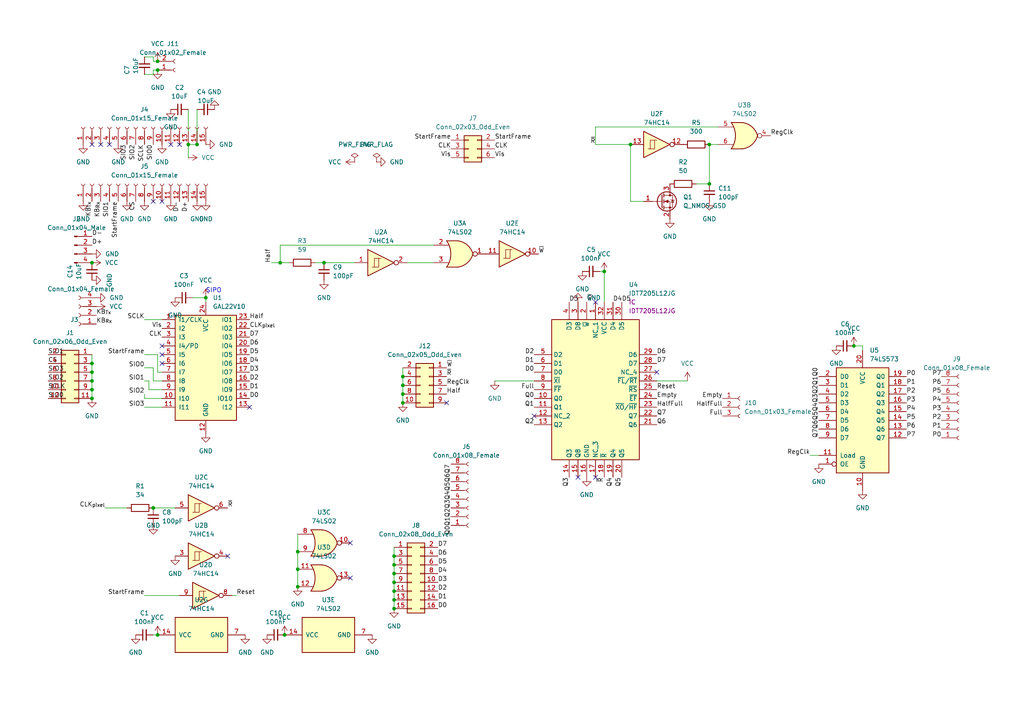
<source format=kicad_sch>
(kicad_sch (version 20211123) (generator eeschema)
  (paper "A4")
  (lib_symbols
    (symbol "74xx:74HC14" (pin_names (offset 1.016))
      (property "Reference" "U" (at 0 1.27 0))
      (property "Value" "74HC14" (at 0 -1.27 0))
      (symbol "74HC14_1_0"
        (pin input line (at -7.62 0 0) (length 3.81) (name "~") (number "1"))
        (pin output inverted (at 7.62 0 180) (length 3.81) (name "~") (number "2"))
      )
      (symbol "74HC14_2_0"
        (pin input line (at -7.62 0 0) (length 3.81) (name "~") (number "3"))
        (pin output inverted (at 7.62 0 180) (length 3.81) (name "~") (number "4"))
      )
      (symbol "74HC14_3_0"
        (pin input line (at -7.62 0 0) (length 3.81) (name "~") (number "5"))
        (pin output inverted (at 7.62 0 180) (length 3.81) (name "~") (number "6"))
      )
      (symbol "74HC14_4_0"
        (pin output inverted (at 7.62 0 180) (length 3.81) (name "~") (number "8"))
        (pin input line (at -7.62 0 0) (length 3.81) (name "~") (number "9"))
      )
      (symbol "74HC14_5_0"
        (pin output inverted (at 7.62 0 180) (length 3.81) (name "~") (number "10"))
        (pin input line (at -7.62 0 0) (length 3.81) (name "~") (number "11"))
      )
      (symbol "74HC14_6_0"
        (pin output inverted (at 7.62 0 180) (length 3.81) (name "~") (number "12"))
        (pin input line (at -7.62 0 0) (length 3.81) (name "~") (number "13"))
      )
      (symbol "74HC14_7_0"
        (pin power_in line (at 0 12.7 270) (length 5.08) (name "VCC") (number "14"))
        (pin power_in line (at 0 -12.7 90) (length 5.08) (name "GND") (number "7"))
      )
    )
    (symbol "74xx:74LS02" (pin_names (offset 1.016))
      (property "Reference" "U" (at 0 1.27 0))
      (property "Value" "74LS02" (at 0 -1.27 0))
      (symbol "74LS02_1_1"
        (pin output inverted (at 7.62 0 180) (length 3.81) (name "~") (number "1"))
        (pin input line (at -7.62 2.54 0) (length 4.318) (name "~") (number "2"))
        (pin input line (at -7.62 -2.54 0) (length 4.318) (name "~") (number "3"))
      )
      (symbol "74LS02_1_2"
        (pin output line (at 7.62 0 180) (length 3.81) (name "~") (number "1"))
        (pin input inverted (at -7.62 2.54 0) (length 3.81) (name "~") (number "2"))
        (pin input inverted (at -7.62 -2.54 0) (length 3.81) (name "~") (number "3"))
      )
      (symbol "74LS02_2_1"
        (pin output inverted (at 7.62 0 180) (length 3.81) (name "~") (number "4"))
        (pin input line (at -7.62 2.54 0) (length 4.318) (name "~") (number "5"))
        (pin input line (at -7.62 -2.54 0) (length 4.318) (name "~") (number "6"))
      )
      (symbol "74LS02_2_2"
        (pin output line (at 7.62 0 180) (length 3.81) (name "~") (number "4"))
        (pin input inverted (at -7.62 2.54 0) (length 3.81) (name "~") (number "5"))
        (pin input inverted (at -7.62 -2.54 0) (length 3.81) (name "~") (number "6"))
      )
      (symbol "74LS02_3_1"
        (pin output inverted (at 7.62 0 180) (length 3.81) (name "~") (number "10"))
        (pin input line (at -7.62 2.54 0) (length 4.318) (name "~") (number "8"))
        (pin input line (at -7.62 -2.54 0) (length 4.318) (name "~") (number "9"))
      )
      (symbol "74LS02_3_2"
        (pin output line (at 7.62 0 180) (length 3.81) (name "~") (number "10"))
        (pin input inverted (at -7.62 2.54 0) (length 3.81) (name "~") (number "8"))
        (pin input inverted (at -7.62 -2.54 0) (length 3.81) (name "~") (number "9"))
      )
      (symbol "74LS02_4_1"
        (pin input line (at -7.62 2.54 0) (length 4.318) (name "~") (number "11"))
        (pin input line (at -7.62 -2.54 0) (length 4.318) (name "~") (number "12"))
        (pin output inverted (at 7.62 0 180) (length 3.81) (name "~") (number "13"))
      )
      (symbol "74LS02_4_2"
        (pin input inverted (at -7.62 2.54 0) (length 3.81) (name "~") (number "11"))
        (pin input inverted (at -7.62 -2.54 0) (length 3.81) (name "~") (number "12"))
        (pin output line (at 7.62 0 180) (length 3.81) (name "~") (number "13"))
      )
      (symbol "74LS02_5_0"
        (pin power_in line (at 0 12.7 270) (length 5.08) (name "VCC") (number "14"))
        (pin power_in line (at 0 -12.7 90) (length 5.08) (name "GND") (number "7"))
      )
    )
    (symbol "74xx:74LS573" (pin_names (offset 1.016))
      (property "Reference" "U" (at -7.62 16.51 0))
      (property "Value" "74LS573" (at -7.62 -16.51 0))
      (symbol "74LS573_1_0"
        (pin input inverted (at -12.7 -12.7 0) (length 5.08) (name "OE") (number "1"))
        (pin power_in line (at 0 -20.32 90) (length 5.08) (name "GND") (number "10"))
        (pin input line (at -12.7 -10.16 0) (length 5.08) (name "Load") (number "11"))
        (pin tri_state line (at 12.7 -5.08 180) (length 5.08) (name "Q7") (number "12"))
        (pin tri_state line (at 12.7 -2.54 180) (length 5.08) (name "Q6") (number "13"))
        (pin tri_state line (at 12.7 0 180) (length 5.08) (name "Q5") (number "14"))
        (pin tri_state line (at 12.7 2.54 180) (length 5.08) (name "Q4") (number "15"))
        (pin tri_state line (at 12.7 5.08 180) (length 5.08) (name "Q3") (number "16"))
        (pin tri_state line (at 12.7 7.62 180) (length 5.08) (name "Q2") (number "17"))
        (pin tri_state line (at 12.7 10.16 180) (length 5.08) (name "Q1") (number "18"))
        (pin tri_state line (at 12.7 12.7 180) (length 5.08) (name "Q0") (number "19"))
        (pin input line (at -12.7 12.7 0) (length 5.08) (name "D0") (number "2"))
        (pin power_in line (at 0 20.32 270) (length 5.08) (name "VCC") (number "20"))
        (pin input line (at -12.7 10.16 0) (length 5.08) (name "D1") (number "3"))
        (pin input line (at -12.7 7.62 0) (length 5.08) (name "D2") (number "4"))
        (pin input line (at -12.7 5.08 0) (length 5.08) (name "D3") (number "5"))
        (pin input line (at -12.7 2.54 0) (length 5.08) (name "D4") (number "6"))
        (pin input line (at -12.7 0 0) (length 5.08) (name "D5") (number "7"))
        (pin input line (at -12.7 -2.54 0) (length 5.08) (name "D6") (number "8"))
        (pin input line (at -12.7 -5.08 0) (length 5.08) (name "D7") (number "9"))
      )
    )
    (symbol "Connector:Conn_01x02_Female" (pin_names (offset 1.016) hide)
      (property "Reference" "J" (at 0 2.54 0))
      (property "Value" "Conn_01x02_Female" (at 0 -5.08 0))
      (symbol "Conn_01x02_Female_1_1"
        (pin passive line (at -5.08 0 0) (length 3.81) (name "Pin_1") (number "1"))
        (pin passive line (at -5.08 -2.54 0) (length 3.81) (name "Pin_2") (number "2"))
      )
    )
    (symbol "Connector:Conn_01x03_Female" (pin_names (offset 1.016) hide)
      (property "Reference" "J" (at 0 5.08 0))
      (property "Value" "Conn_01x03_Female" (at 0 -5.08 0))
      (symbol "Conn_01x03_Female_1_1"
        (pin passive line (at -5.08 2.54 0) (length 3.81) (name "Pin_1") (number "1"))
        (pin passive line (at -5.08 0 0) (length 3.81) (name "Pin_2") (number "2"))
        (pin passive line (at -5.08 -2.54 0) (length 3.81) (name "Pin_3") (number "3"))
      )
    )
    (symbol "Connector:Conn_01x04_Female" (pin_names (offset 1.016) hide)
      (property "Reference" "J" (at 0 5.08 0))
      (property "Value" "Conn_01x04_Female" (at 0 -7.62 0))
      (symbol "Conn_01x04_Female_1_1"
        (pin passive line (at -5.08 2.54 0) (length 3.81) (name "Pin_1") (number "1"))
        (pin passive line (at -5.08 0 0) (length 3.81) (name "Pin_2") (number "2"))
        (pin passive line (at -5.08 -2.54 0) (length 3.81) (name "Pin_3") (number "3"))
        (pin passive line (at -5.08 -5.08 0) (length 3.81) (name "Pin_4") (number "4"))
      )
    )
    (symbol "Connector:Conn_01x04_Male" (pin_names (offset 1.016) hide)
      (property "Reference" "J" (at 0 5.08 0))
      (property "Value" "Conn_01x04_Male" (at 0 -7.62 0))
      (symbol "Conn_01x04_Male_1_1"
        (pin passive line (at 5.08 2.54 180) (length 3.81) (name "Pin_1") (number "1"))
        (pin passive line (at 5.08 0 180) (length 3.81) (name "Pin_2") (number "2"))
        (pin passive line (at 5.08 -2.54 180) (length 3.81) (name "Pin_3") (number "3"))
        (pin passive line (at 5.08 -5.08 180) (length 3.81) (name "Pin_4") (number "4"))
      )
    )
    (symbol "Connector:Conn_01x08_Female" (pin_names (offset 1.016) hide)
      (property "Reference" "J" (at 0 10.16 0))
      (property "Value" "Conn_01x08_Female" (at 0 -12.7 0))
      (symbol "Conn_01x08_Female_1_1"
        (pin passive line (at -5.08 7.62 0) (length 3.81) (name "Pin_1") (number "1"))
        (pin passive line (at -5.08 5.08 0) (length 3.81) (name "Pin_2") (number "2"))
        (pin passive line (at -5.08 2.54 0) (length 3.81) (name "Pin_3") (number "3"))
        (pin passive line (at -5.08 0 0) (length 3.81) (name "Pin_4") (number "4"))
        (pin passive line (at -5.08 -2.54 0) (length 3.81) (name "Pin_5") (number "5"))
        (pin passive line (at -5.08 -5.08 0) (length 3.81) (name "Pin_6") (number "6"))
        (pin passive line (at -5.08 -7.62 0) (length 3.81) (name "Pin_7") (number "7"))
        (pin passive line (at -5.08 -10.16 0) (length 3.81) (name "Pin_8") (number "8"))
      )
    )
    (symbol "Connector:Conn_01x15_Female" (pin_names (offset 1.016) hide)
      (property "Reference" "J" (at 0 20.32 0))
      (property "Value" "Conn_01x15_Female" (at 0 -20.32 0))
      (symbol "Conn_01x15_Female_1_1"
        (pin passive line (at -5.08 17.78 0) (length 3.81) (name "Pin_1") (number "1"))
        (pin passive line (at -5.08 -5.08 0) (length 3.81) (name "Pin_10") (number "10"))
        (pin passive line (at -5.08 -7.62 0) (length 3.81) (name "Pin_11") (number "11"))
        (pin passive line (at -5.08 -10.16 0) (length 3.81) (name "Pin_12") (number "12"))
        (pin passive line (at -5.08 -12.7 0) (length 3.81) (name "Pin_13") (number "13"))
        (pin passive line (at -5.08 -15.24 0) (length 3.81) (name "Pin_14") (number "14"))
        (pin passive line (at -5.08 -17.78 0) (length 3.81) (name "Pin_15") (number "15"))
        (pin passive line (at -5.08 15.24 0) (length 3.81) (name "Pin_2") (number "2"))
        (pin passive line (at -5.08 12.7 0) (length 3.81) (name "Pin_3") (number "3"))
        (pin passive line (at -5.08 10.16 0) (length 3.81) (name "Pin_4") (number "4"))
        (pin passive line (at -5.08 7.62 0) (length 3.81) (name "Pin_5") (number "5"))
        (pin passive line (at -5.08 5.08 0) (length 3.81) (name "Pin_6") (number "6"))
        (pin passive line (at -5.08 2.54 0) (length 3.81) (name "Pin_7") (number "7"))
        (pin passive line (at -5.08 0 0) (length 3.81) (name "Pin_8") (number "8"))
        (pin passive line (at -5.08 -2.54 0) (length 3.81) (name "Pin_9") (number "9"))
      )
    )
    (symbol "Connector_Generic:Conn_02x03_Odd_Even" (pin_names (offset 1.016) hide)
      (property "Reference" "J" (at 1.27 5.08 0))
      (property "Value" "Conn_02x03_Odd_Even" (at 1.27 -5.08 0))
      (symbol "Conn_02x03_Odd_Even_1_1"
        (pin passive line (at -5.08 2.54 0) (length 3.81) (name "Pin_1") (number "1"))
        (pin passive line (at 7.62 2.54 180) (length 3.81) (name "Pin_2") (number "2"))
        (pin passive line (at -5.08 0 0) (length 3.81) (name "Pin_3") (number "3"))
        (pin passive line (at 7.62 0 180) (length 3.81) (name "Pin_4") (number "4"))
        (pin passive line (at -5.08 -2.54 0) (length 3.81) (name "Pin_5") (number "5"))
        (pin passive line (at 7.62 -2.54 180) (length 3.81) (name "Pin_6") (number "6"))
      )
    )
    (symbol "Connector_Generic:Conn_02x05_Odd_Even" (pin_names (offset 1.016) hide)
      (property "Reference" "J" (at 1.27 7.62 0))
      (property "Value" "Conn_02x05_Odd_Even" (at 1.27 -7.62 0))
      (symbol "Conn_02x05_Odd_Even_1_1"
        (pin passive line (at -5.08 5.08 0) (length 3.81) (name "Pin_1") (number "1"))
        (pin passive line (at 7.62 -5.08 180) (length 3.81) (name "Pin_10") (number "10"))
        (pin passive line (at 7.62 5.08 180) (length 3.81) (name "Pin_2") (number "2"))
        (pin passive line (at -5.08 2.54 0) (length 3.81) (name "Pin_3") (number "3"))
        (pin passive line (at 7.62 2.54 180) (length 3.81) (name "Pin_4") (number "4"))
        (pin passive line (at -5.08 0 0) (length 3.81) (name "Pin_5") (number "5"))
        (pin passive line (at 7.62 0 180) (length 3.81) (name "Pin_6") (number "6"))
        (pin passive line (at -5.08 -2.54 0) (length 3.81) (name "Pin_7") (number "7"))
        (pin passive line (at 7.62 -2.54 180) (length 3.81) (name "Pin_8") (number "8"))
        (pin passive line (at -5.08 -5.08 0) (length 3.81) (name "Pin_9") (number "9"))
      )
    )
    (symbol "Connector_Generic:Conn_02x06_Odd_Even" (pin_names (offset 1.016) hide)
      (property "Reference" "J" (at 1.27 7.62 0))
      (property "Value" "Conn_02x06_Odd_Even" (at 1.27 -10.16 0))
      (symbol "Conn_02x06_Odd_Even_1_1"
        (pin passive line (at -5.08 5.08 0) (length 3.81) (name "Pin_1") (number "1"))
        (pin passive line (at 7.62 -5.08 180) (length 3.81) (name "Pin_10") (number "10"))
        (pin passive line (at -5.08 -7.62 0) (length 3.81) (name "Pin_11") (number "11"))
        (pin passive line (at 7.62 -7.62 180) (length 3.81) (name "Pin_12") (number "12"))
        (pin passive line (at 7.62 5.08 180) (length 3.81) (name "Pin_2") (number "2"))
        (pin passive line (at -5.08 2.54 0) (length 3.81) (name "Pin_3") (number "3"))
        (pin passive line (at 7.62 2.54 180) (length 3.81) (name "Pin_4") (number "4"))
        (pin passive line (at -5.08 0 0) (length 3.81) (name "Pin_5") (number "5"))
        (pin passive line (at 7.62 0 180) (length 3.81) (name "Pin_6") (number "6"))
        (pin passive line (at -5.08 -2.54 0) (length 3.81) (name "Pin_7") (number "7"))
        (pin passive line (at 7.62 -2.54 180) (length 3.81) (name "Pin_8") (number "8"))
        (pin passive line (at -5.08 -5.08 0) (length 3.81) (name "Pin_9") (number "9"))
      )
    )
    (symbol "Connector_Generic:Conn_02x08_Odd_Even" (pin_names (offset 1.016) hide)
      (property "Reference" "J" (at 1.27 10.16 0))
      (property "Value" "Conn_02x08_Odd_Even" (at 1.27 -12.7 0))
      (symbol "Conn_02x08_Odd_Even_1_1"
        (pin passive line (at -5.08 7.62 0) (length 3.81) (name "Pin_1") (number "1"))
        (pin passive line (at 7.62 -2.54 180) (length 3.81) (name "Pin_10") (number "10"))
        (pin passive line (at -5.08 -5.08 0) (length 3.81) (name "Pin_11") (number "11"))
        (pin passive line (at 7.62 -5.08 180) (length 3.81) (name "Pin_12") (number "12"))
        (pin passive line (at -5.08 -7.62 0) (length 3.81) (name "Pin_13") (number "13"))
        (pin passive line (at 7.62 -7.62 180) (length 3.81) (name "Pin_14") (number "14"))
        (pin passive line (at -5.08 -10.16 0) (length 3.81) (name "Pin_15") (number "15"))
        (pin passive line (at 7.62 -10.16 180) (length 3.81) (name "Pin_16") (number "16"))
        (pin passive line (at 7.62 7.62 180) (length 3.81) (name "Pin_2") (number "2"))
        (pin passive line (at -5.08 5.08 0) (length 3.81) (name "Pin_3") (number "3"))
        (pin passive line (at 7.62 5.08 180) (length 3.81) (name "Pin_4") (number "4"))
        (pin passive line (at -5.08 2.54 0) (length 3.81) (name "Pin_5") (number "5"))
        (pin passive line (at 7.62 2.54 180) (length 3.81) (name "Pin_6") (number "6"))
        (pin passive line (at -5.08 0 0) (length 3.81) (name "Pin_7") (number "7"))
        (pin passive line (at 7.62 0 180) (length 3.81) (name "Pin_8") (number "8"))
        (pin passive line (at -5.08 -2.54 0) (length 3.81) (name "Pin_9") (number "9"))
      )
    )
    (symbol "Device:C_Small" (pin_numbers hide) (pin_names (offset 0.254) hide)
      (property "Reference" "C" (at 0.254 1.778 0))
      (property "Value" "C_Small" (at 0.254 -2.032 0))
      (symbol "C_Small_1_1"
        (pin passive line (at 0 2.54 270) (length 2.032) (name "~") (number "1"))
        (pin passive line (at 0 -2.54 90) (length 2.032) (name "~") (number "2"))
      )
    )
    (symbol "Device:Q_NMOS_GSD" (pin_names (offset 0) hide)
      (property "Reference" "Q" (at 5.08 1.27 0))
      (property "Value" "Q_NMOS_GSD" (at 5.08 -1.27 0))
      (symbol "Q_NMOS_GSD_1_1"
        (pin input line (at -5.08 0 0) (length 2.54) (name "G") (number "1"))
        (pin passive line (at 2.54 -5.08 90) (length 2.54) (name "S") (number "2"))
        (pin passive line (at 2.54 5.08 270) (length 2.54) (name "D") (number "3"))
      )
    )
    (symbol "Device:R" (pin_numbers hide) (pin_names (offset 0))
      (property "Reference" "R" (at 2.032 0 90))
      (property "Value" "R" (at 0 0 90))
      (symbol "R_1_1"
        (pin passive line (at 0 3.81 270) (length 1.27) (name "~") (number "1"))
        (pin passive line (at 0 -3.81 90) (length 1.27) (name "~") (number "2"))
      )
    )
    (symbol "IDT7205L12JG:IDT7205L12JG"
      (property "Value" "IDT7205L12JG" (at 0 0 0))
      (property "Reference_1" "IC" (at 31.75 15.24 0))
      (property "Value_1" "IDT7205L12JG" (at 31.75 12.7 0))
      (symbol "IDT7205L12JG_1_1"
        (pin passive line (at 17.78 15.24 270) (length 5.08) (name "NC_1") (number "1"))
        (pin passive line (at 0 -12.7 0) (length 5.08) (name "Q0") (number "10"))
        (pin passive line (at 0 -15.24 0) (length 5.08) (name "Q1") (number "11"))
        (pin passive line (at 0 -17.78 0) (length 5.08) (name "NC_2") (number "12"))
        (pin passive line (at 0 -20.32 0) (length 5.08) (name "Q2") (number "13"))
        (pin passive line (at 10.16 -35.56 90) (length 5.08) (name "Q3") (number "14"))
        (pin passive line (at 12.7 -35.56 90) (length 5.08) (name "Q8") (number "15"))
        (pin passive line (at 15.24 -35.56 90) (length 5.08) (name "GND") (number "16"))
        (pin passive line (at 17.78 -35.56 90) (length 5.08) (name "NC_3") (number "17"))
        (pin passive line (at 20.32 -35.56 90) (length 5.08) (name "~{R}") (number "18"))
        (pin passive line (at 22.86 -35.56 90) (length 5.08) (name "Q4") (number "19"))
        (pin passive line (at 15.24 15.24 270) (length 5.08) (name "~{W}") (number "2"))
        (pin passive line (at 25.4 -35.56 90) (length 5.08) (name "Q5") (number "20"))
        (pin passive line (at 35.56 -20.32 180) (length 5.08) (name "Q6") (number "21"))
        (pin passive line (at 35.56 -17.78 180) (length 5.08) (name "Q7") (number "22"))
        (pin passive line (at 35.56 -15.24 180) (length 5.08) (name "~{XO}/~{HF}") (number "23"))
        (pin passive line (at 35.56 -12.7 180) (length 5.08) (name "~{EF}") (number "24"))
        (pin passive line (at 35.56 -10.16 180) (length 5.08) (name "~{RS}") (number "25"))
        (pin passive line (at 35.56 -7.62 180) (length 5.08) (name "~{FL}/~{RT}") (number "26"))
        (pin passive line (at 35.56 -5.08 180) (length 5.08) (name "NC_4") (number "27"))
        (pin passive line (at 35.56 -2.54 180) (length 5.08) (name "D7") (number "28"))
        (pin passive line (at 35.56 0 180) (length 5.08) (name "D6") (number "29"))
        (pin passive line (at 12.7 15.24 270) (length 5.08) (name "D8") (number "3"))
        (pin passive line (at 25.4 15.24 270) (length 5.08) (name "D5") (number "30"))
        (pin passive line (at 22.86 15.24 270) (length 5.08) (name "D4") (number "31"))
        (pin passive line (at 20.32 15.24 270) (length 5.08) (name "VCC") (number "32"))
        (pin passive line (at 10.16 15.24 270) (length 5.08) (name "D3") (number "4"))
        (pin passive line (at 0 0 0) (length 5.08) (name "D2") (number "5"))
        (pin passive line (at 0 -2.54 0) (length 5.08) (name "D1") (number "6"))
        (pin passive line (at 0 -5.08 0) (length 5.08) (name "D0") (number "7"))
        (pin passive line (at 0 -7.62 0) (length 5.08) (name "~{XI}") (number "8"))
        (pin passive line (at 0 -10.16 0) (length 5.08) (name "~{FF}") (number "9"))
      )
    )
    (symbol "power:GND" (power) (pin_names (offset 0))
      (property "Value" "GND" (at 0 -3.81 0))
      (symbol "GND_1_1"
        (pin power_in line (at 0 0 270) (length 0) hide (name "GND") (number "1"))
      )
    )
    (symbol "power:PWR_FLAG" (power) (pin_numbers hide) (pin_names (offset 0) hide)
      (property "Value" "PWR_FLAG" (at 0 3.81 0))
      (symbol "PWR_FLAG_0_0"
        (pin power_out line (at 0 0 90) (length 0) (name "pwr") (number "1"))
      )
    )
    (symbol "power:VCC" (power) (pin_names (offset 0))
      (property "Value" "VCC" (at 0 3.81 0))
      (symbol "VCC_1_1"
        (pin power_in line (at 0 0 90) (length 0) hide (name "VCC") (number "1"))
      )
    )
    (symbol "vga:GAL22V10" (pin_names (offset 1.016))
      (property "Reference" "U" (at -8.89 16.51 0))
      (property "Value" "GAL22V10" (at 1.27 16.51 0))
      (symbol "GAL22V10_0_0"
        (pin power_in line (at 0 -20.32 90) (length 3.81) (name "GND") (number "12"))
        (pin power_in line (at 0 17.78 270) (length 3.81) (name "VCC") (number "24"))
      )
      (symbol "GAL22V10_1_1"
        (pin input line (at -12.7 12.7 0) (length 3.81) (name "I1/CLK") (number "1"))
        (pin input line (at -12.7 -10.16 0) (length 3.81) (name "I10") (number "10"))
        (pin input line (at -12.7 -12.7 0) (length 3.81) (name "I11") (number "11"))
        (pin input line (at 12.7 -12.7 180) (length 3.81) (name "I12") (number "13"))
        (pin tri_state line (at 12.7 -10.16 180) (length 3.81) (name "IO10") (number "14"))
        (pin tri_state line (at 12.7 -7.62 180) (length 3.81) (name "IO9") (number "15"))
        (pin tri_state line (at 12.7 -5.08 180) (length 3.81) (name "IO8") (number "16"))
        (pin tri_state line (at 12.7 -2.54 180) (length 3.81) (name "IO7") (number "17"))
        (pin tri_state line (at 12.7 0 180) (length 3.81) (name "IO6") (number "18"))
        (pin tri_state line (at 12.7 2.54 180) (length 3.81) (name "IO5") (number "19"))
        (pin input line (at -12.7 10.16 0) (length 3.81) (name "I2") (number "2"))
        (pin tri_state line (at 12.7 5.08 180) (length 3.81) (name "IO4") (number "20"))
        (pin tri_state line (at 12.7 7.62 180) (length 3.81) (name "I03") (number "21"))
        (pin tri_state line (at 12.7 10.16 180) (length 3.81) (name "IO2") (number "22"))
        (pin tri_state line (at 12.7 12.7 180) (length 3.81) (name "IO1") (number "23"))
        (pin input line (at -12.7 7.62 0) (length 3.81) (name "I3") (number "3"))
        (pin input line (at -12.7 5.08 0) (length 3.81) (name "I4/PD") (number "4"))
        (pin input line (at -12.7 2.54 0) (length 3.81) (name "I5") (number "5"))
        (pin input line (at -12.7 0 0) (length 3.81) (name "I6") (number "6"))
        (pin input line (at -12.7 -2.54 0) (length 3.81) (name "I7") (number "7"))
        (pin input line (at -12.7 -5.08 0) (length 3.81) (name "I8") (number "8"))
        (pin input line (at -12.7 -7.62 0) (length 3.81) (name "I9") (number "9"))
      )
    )
  )
  (junction (at 116.84 109.22))
  (junction (at 26.67 107.95))
  (junction (at 205.74 53.34))
  (junction (at 45.72 20.32))
  (junction (at 116.84 114.3))
  (junction (at 45.72 17.78))
  (junction (at 45.72 184.15))
  (junction (at 57.15 41.91))
  (junction (at 175.26 78.74))
  (junction (at 54.61 41.91))
  (junction (at 114.3 173.99))
  (junction (at 81.28 76.2))
  (junction (at 114.3 171.45))
  (junction (at 82.55 184.15))
  (junction (at 116.84 116.84))
  (junction (at 44.45 147.32))
  (junction (at 114.3 161.29))
  (junction (at 59.69 86.36))
  (junction (at 26.67 105.41))
  (junction (at 26.67 110.49))
  (junction (at 114.3 168.91))
  (junction (at 86.36 160.02))
  (junction (at 86.36 170.18))
  (junction (at 26.67 115.57))
  (junction (at 26.67 76.2))
  (junction (at 26.67 113.03))
  (junction (at 205.74 41.91))
  (junction (at 93.98 76.2))
  (junction (at 247.65 100.33))
  (junction (at 86.36 165.1))
  (junction (at 116.84 111.76))
  (junction (at 114.3 163.83))
  (junction (at 114.3 176.53))
  (junction (at 182.88 41.91))
  (junction (at 114.3 166.37))
  (no_connect (at 29.21 41.91))
  (no_connect (at 101.6 167.64))
  (no_connect (at 101.6 157.48))
  (no_connect (at 46.99 100.33))
  (no_connect (at 46.99 105.41))
  (no_connect (at 46.99 102.87))
  (no_connect (at 72.39 118.11))
  (no_connect (at 31.75 41.91))
  (no_connect (at 46.99 58.42))
  (no_connect (at 52.07 41.91))
  (no_connect (at 26.67 41.91))
  (no_connect (at 49.53 41.91))
  (no_connect (at 66.04 161.29))
  (no_connect (at 129.54 116.84))
  (no_connect (at 44.45 58.42))
  (no_connect (at 172.72 138.43))
  (no_connect (at 190.5 107.95))
  (no_connect (at 172.72 87.63))
  (no_connect (at 154.94 120.65))
  (no_connect (at 167.64 138.43))
  (wire (pts (xy 93.98 76.2) (xy 102.87 76.2)))
  (wire (pts (xy 41.91 102.87) (xy 45.72 102.87)))
  (wire (pts (xy 26.67 105.41) (xy 26.67 107.95)))
  (wire (pts (xy 86.36 160.02) (xy 86.36 165.1)))
  (wire (pts (xy 114.3 161.29) (xy 114.3 163.83)))
  (wire (pts (xy 116.84 109.22) (xy 116.84 111.76)))
  (wire (pts (xy 45.72 107.95) (xy 46.99 107.95)))
  (wire (pts (xy 173.99 78.74) (xy 175.26 78.74)))
  (wire (pts (xy 54.61 31.75) (xy 54.61 41.91)))
  (wire (pts (xy 59.69 86.36) (xy 59.69 87.63)))
  (wire (pts (xy 26.67 110.49) (xy 26.67 113.03)))
  (wire (pts (xy 43.18 110.49) (xy 43.18 113.03)))
  (wire (pts (xy 43.18 113.03) (xy 46.99 113.03)))
  (wire (pts (xy 26.67 107.95) (xy 26.67 110.49)))
  (wire (pts (xy 41.91 114.3) (xy 41.91 115.57)))
  (wire (pts (xy 81.28 76.2) (xy 83.82 76.2)))
  (wire (pts (xy 116.84 114.3) (xy 116.84 116.84)))
  (wire (pts (xy 114.3 166.37) (xy 114.3 168.91)))
  (wire (pts (xy 41.91 106.68) (xy 44.45 106.68)))
  (wire (pts (xy 57.15 31.75) (xy 57.15 41.91)))
  (wire (pts (xy 250.19 100.33) (xy 250.19 101.6)))
  (wire (pts (xy 78.74 76.2) (xy 81.28 76.2)))
  (wire (pts (xy 234.95 132.08) (xy 237.49 132.08)))
  (wire (pts (xy 41.91 172.72) (xy 52.07 172.72)))
  (wire (pts (xy 68.58 172.72) (xy 67.31 172.72)))
  (wire (pts (xy 45.72 102.87) (xy 45.72 107.95)))
  (wire (pts (xy 44.45 184.15) (xy 45.72 184.15)))
  (wire (pts (xy 44.45 147.32) (xy 50.8 147.32)))
  (wire (pts (xy 41.91 118.11) (xy 46.99 118.11)))
  (wire (pts (xy 205.74 41.91) (xy 208.28 41.91)))
  (wire (pts (xy 44.45 20.32) (xy 45.72 20.32)))
  (wire (pts (xy 190.5 110.49) (xy 199.39 110.49)))
  (wire (pts (xy 44.45 17.78) (xy 45.72 17.78)))
  (wire (pts (xy 175.26 78.74) (xy 175.26 87.63)))
  (wire (pts (xy 114.3 158.75) (xy 114.3 161.29)))
  (wire (pts (xy 44.45 110.49) (xy 46.99 110.49)))
  (wire (pts (xy 26.67 113.03) (xy 26.67 115.57)))
  (wire (pts (xy 114.3 171.45) (xy 114.3 173.99)))
  (wire (pts (xy 86.36 154.94) (xy 86.36 160.02)))
  (wire (pts (xy 44.45 16.51) (xy 44.45 17.78)))
  (wire (pts (xy 182.88 58.42) (xy 182.88 41.91)))
  (wire (pts (xy 114.3 163.83) (xy 114.3 166.37)))
  (wire (pts (xy 41.91 21.59) (xy 44.45 21.59)))
  (wire (pts (xy 54.61 41.91) (xy 54.61 45.72)))
  (wire (pts (xy 26.67 102.87) (xy 26.67 105.41)))
  (wire (pts (xy 41.91 110.49) (xy 43.18 110.49)))
  (wire (pts (xy 86.36 165.1) (xy 86.36 170.18)))
  (wire (pts (xy 55.88 86.36) (xy 59.69 86.36)))
  (wire (pts (xy 91.44 76.2) (xy 93.98 76.2)))
  (wire (pts (xy 143.51 110.49) (xy 154.94 110.49)))
  (wire (pts (xy 116.84 106.68) (xy 116.84 109.22)))
  (wire (pts (xy 172.72 41.91) (xy 182.88 41.91)))
  (wire (pts (xy 118.11 76.2) (xy 125.73 76.2)))
  (wire (pts (xy 44.45 106.68) (xy 44.45 110.49)))
  (wire (pts (xy 30.48 147.32) (xy 36.83 147.32)))
  (wire (pts (xy 41.91 16.51) (xy 44.45 16.51)))
  (wire (pts (xy 172.72 36.83) (xy 172.72 41.91)))
  (wire (pts (xy 44.45 21.59) (xy 44.45 20.32)))
  (wire (pts (xy 247.65 100.33) (xy 250.19 100.33)))
  (wire (pts (xy 81.28 71.12) (xy 125.73 71.12)))
  (wire (pts (xy 54.61 41.91) (xy 57.15 41.91)))
  (wire (pts (xy 186.69 58.42) (xy 182.88 58.42)))
  (wire (pts (xy 41.91 92.71) (xy 46.99 92.71)))
  (wire (pts (xy 81.28 71.12) (xy 81.28 76.2)))
  (wire (pts (xy 114.3 168.91) (xy 114.3 171.45)))
  (wire (pts (xy 114.3 173.99) (xy 114.3 176.53)))
  (wire (pts (xy 41.91 115.57) (xy 46.99 115.57)))
  (wire (pts (xy 201.93 53.34) (xy 205.74 53.34)))
  (wire (pts (xy 172.72 36.83) (xy 208.28 36.83)))
  (wire (pts (xy 116.84 111.76) (xy 116.84 114.3)))
  (wire (pts (xy 205.74 41.91) (xy 205.74 53.34)))
  (text "SIPO" (at 59.69 85.09 0) (effects (font (size 1.27 1.27)) (justify left bottom)))
  (label "StartFrame" (at 34.29 58.42 270))
  (label "P6" (at 273.05 111.76 180))
  (label "Q4" (at 177.8 138.43 270))
  (label "P2" (at 273.05 121.92 180))
  (label "Q2" (at 130.81 147.32 270))
  (label "Q7" (at 190.5 120.65 0))
  (label "RegClk" (at 234.95 132.08 180))
  (label "CLK" (at 130.81 43.18 180))
  (label "Q6" (at 130.81 137.16 270))
  (label "Q3" (at 237.49 116.84 90))
  (label "Reset" (at 68.58 172.72 0))
  (label "SIO0" (at 13.97 115.57 0))
  (label "StartFrame" (at 130.81 40.64 180))
  (label "D4" (at 127 166.37 0))
  (label "D1" (at 154.94 105.41 180))
  (label "Q7" (at 130.81 134.62 270))
  (label "Half" (at 78.74 76.2 90))
  (label "P0" (at 273.05 127 180))
  (label "Q6" (at 237.49 124.46 90))
  (label "D7" (at 190.5 105.41 0))
  (label "Empty" (at 190.5 115.57 0))
  (label "CLK_{pixel}" (at 30.48 147.32 180))
  (label "~{W}" (at 129.54 106.68 0))
  (label "~{W}" (at 170.18 87.63 0))
  (label "P4" (at 273.05 116.84 180))
  (label "P3" (at 273.05 119.38 180))
  (label "~{W}" (at 156.21 73.66 0))
  (label "D3" (at 165.1 87.63 0))
  (label "P3" (at 262.89 116.84 0))
  (label "~{R}" (at 66.04 147.32 0))
  (label "RegClk" (at 223.52 39.37 0))
  (label "Vis" (at 130.81 45.72 180))
  (label "P0" (at 262.89 109.22 0))
  (label "Q3" (at 165.1 138.43 270))
  (label "SCLK" (at 41.91 92.71 180))
  (label "D7" (at 127 158.75 0))
  (label "D4" (at 72.39 105.41 0))
  (label "~{R}" (at 129.54 109.22 0))
  (label "Q2" (at 154.94 123.19 180))
  (label "D0" (at 154.94 107.95 180))
  (label "D6" (at 127 161.29 0))
  (label "P4" (at 262.89 119.38 0))
  (label "Reset" (at 190.5 113.03 0))
  (label "SIO1" (at 41.91 110.49 180))
  (label "KB_{Rx}" (at 27.94 93.98 0))
  (label "D1" (at 72.39 113.03 0))
  (label "StartFrame" (at 41.91 172.72 180))
  (label "Q1" (at 154.94 118.11 180))
  (label "P1" (at 273.05 124.46 180))
  (label "SIO0" (at 44.45 41.91 270))
  (label "KB_{Tx}" (at 27.94 91.44 0))
  (label "P5" (at 273.05 114.3 180))
  (label "D5" (at 127 163.83 0))
  (label "Q0" (at 130.81 152.4 270))
  (label "D2" (at 127 171.45 0))
  (label "SIO2" (at 13.97 110.49 0))
  (label "P5" (at 262.89 121.92 0))
  (label "P6" (at 262.89 124.46 0))
  (label "~{R}" (at 175.26 138.43 270))
  (label "HalfFull" (at 209.55 118.11 180))
  (label "SIO1" (at 13.97 102.87 0))
  (label "SCLK" (at 13.97 113.03 0))
  (label "P1" (at 262.89 111.76 0))
  (label "~{R}" (at 172.72 41.91 180))
  (label "Full" (at 154.94 113.03 180))
  (label "D3" (at 127 168.91 0))
  (label "D-" (at 26.67 68.58 0))
  (label "Q7" (at 237.49 127 90))
  (label "Q2" (at 237.49 114.3 90))
  (label "P7" (at 262.89 127 0))
  (label "SIO2" (at 41.91 114.3 180))
  (label "Q5" (at 180.34 138.43 270))
  (label "D6" (at 190.5 102.87 0))
  (label "SIO3" (at 13.97 107.95 0))
  (label "Q3" (at 130.81 144.78 270))
  (label "Half" (at 129.54 114.3 0))
  (label "Q5" (at 130.81 139.7 270))
  (label "Q5" (at 237.49 121.92 90))
  (label "D7" (at 72.39 97.79 0))
  (label "Empty" (at 209.55 115.57 180))
  (label "KB_{Rx}" (at 29.21 58.42 270))
  (label "Q1" (at 237.49 111.76 90))
  (label "RegClk" (at 129.54 111.76 0))
  (label "D0" (at 127 176.53 0))
  (label "Q0" (at 237.49 109.22 90))
  (label "D+" (at 54.61 58.42 270))
  (label "StartFrame" (at 143.51 40.64 0))
  (label "Q0" (at 154.94 115.57 180))
  (label "SIO3" (at 41.91 118.11 180))
  (label "D5" (at 180.34 87.63 0))
  (label "Q1" (at 130.81 149.86 270))
  (label "Full" (at 209.55 120.65 180))
  (label "CS" (at 39.37 58.42 270))
  (label "D5" (at 72.39 102.87 0))
  (label "SCLK" (at 41.91 41.91 270))
  (label "StartFrame" (at 41.91 102.87 180))
  (label "CLK" (at 46.99 97.79 180))
  (label "Half" (at 72.39 92.71 0))
  (label "HalfFull" (at 190.5 118.11 0))
  (label "D2" (at 154.94 102.87 180))
  (label "P2" (at 262.89 114.3 0))
  (label "SIO1" (at 31.75 58.42 270))
  (label "Q4" (at 237.49 119.38 90))
  (label "D+" (at 26.67 71.12 0))
  (label "D6" (at 72.39 100.33 0))
  (label "Vis" (at 143.51 45.72 0))
  (label "KB_{Tx}" (at 26.67 58.42 270))
  (label "D0" (at 72.39 115.57 0))
  (label "D4" (at 177.8 87.63 0))
  (label "D3" (at 72.39 107.95 0))
  (label "D1" (at 127 173.99 0))
  (label "Q4" (at 130.81 142.24 270))
  (label "CLK_{pixel}" (at 72.39 95.25 0))
  (label "SIO2" (at 39.37 41.91 270))
  (label "D-" (at 52.07 58.42 270))
  (label "Vis" (at 46.99 95.25 180))
  (label "SIO3" (at 36.83 41.91 270))
  (label "Q6" (at 190.5 123.19 0))
  (label "SIO0" (at 41.91 106.68 180))
  (label "P7" (at 273.05 109.22 180))
  (label "D2" (at 72.39 110.49 0))
  (label "CS" (at 13.97 105.41 0))
  (label "CLK" (at 143.51 43.18 0))
  (symbol (lib_id "power:GND") (at 45.72 20.32 0) (unit 1)
    (property "Reference" "#PWR0102" (effects hide))
    (property "Value" "GND" (at 45.72 25.4 0))
  )
  (symbol (lib_id "Connector_Generic:Conn_02x08_Odd_Even") (at 119.38 166.37 0) (unit 1)
    (property "Reference" "J8" (at 120.65 152.4 0))
    (property "Value" "Conn_02x08_Odd_Even" (at 120.65 154.94 0))
    (property "Footprint" "Connector_PinHeader_2.54mm:PinHeader_2x08_P2.54mm_Vertical" (effects hide))
  )
  (symbol (lib_id "power:GND") (at 168.91 78.74 0) (unit 1)
    (property "Reference" "#PWR031" (effects hide))
    (property "Value" "GND" (at 168.91 83.82 0))
  )
  (symbol (lib_id "power:VCC") (at 54.61 45.72 270) (unit 1)
    (property "Reference" "#PWR011" (effects hide))
    (property "Value" "VCC" (at 58.42 45.7199 90) (effects (justify left)))
  )
  (symbol (lib_id "Connector_Generic:Conn_02x05_Odd_Even") (at 124.46 111.76 0) (mirror y) (unit 1)
    (property "Reference" "J12" (at 123.19 100.33 0))
    (property "Value" "Conn_02x05_Odd_Even" (at 123.19 102.87 0))
    (property "Footprint" "Connector_PinHeader_2.54mm:PinHeader_2x05_P2.54mm_Vertical" (effects hide))
  )
  (symbol (lib_id "power:PWR_FLAG") (at 102.87 46.99 0) (unit 1)
    (property "Reference" "#FLG01" (effects hide))
    (property "Value" "PWR_FLAG" (at 102.87 41.91 0))
  )
  (symbol (lib_id "power:GND") (at 71.12 184.15 0) (unit 1)
    (property "Reference" "#PWR026" (effects hide))
    (property "Value" "GND" (at 71.12 189.23 0))
  )
  (symbol (lib_id "power:GND") (at 242.57 100.33 0) (unit 1)
    (property "Reference" "#PWR032" (effects hide))
    (property "Value" "GND" (at 242.57 105.41 0))
  )
  (symbol (lib_id "74xx:74HC14") (at 58.42 184.15 90) (unit 7)
    (property "Reference" "U2" (at 58.42 173.99 90))
    (property "Value" "74HC14" (at 58.42 176.53 90))
    (property "Footprint" "Package_SO:SOIC-14_3.9x8.7mm_P1.27mm" (effects hide))
    (property "Datasheet" "http://www.ti.com/lit/gpn/sn74HC14" (effects hide))
  )
  (symbol (lib_id "Device:R") (at 40.64 147.32 90) (unit 1)
    (property "Reference" "R1" (at 40.64 140.97 90))
    (property "Value" "34" (at 40.64 143.51 90))
    (property "Footprint" "Resistor_SMD:R_0805_2012Metric_Pad1.20x1.40mm_HandSolder" (effects hide))
    (property "Updated" "2023-06-19" (effects hide))
    (property "Tested" "Eric" (effects hide))
  )
  (symbol (lib_id "power:VCC") (at 175.26 78.74 0) (unit 1)
    (property "Reference" "#PWR018" (effects hide))
    (property "Value" "VCC" (at 175.26 73.66 0))
  )
  (symbol (lib_id "Connector_Generic:Conn_02x06_Odd_Even") (at 21.59 107.95 0) (mirror y) (unit 1)
    (property "Reference" "J1" (at 20.32 96.52 0))
    (property "Value" "Conn_02x06_Odd_Even" (at 20.32 99.06 0))
    (property "Footprint" "Connector_PinHeader_2.54mm:PinHeader_2x06_P2.54mm_Vertical" (effects hide))
  )
  (symbol (lib_id "Connector:Conn_01x08_Female") (at 135.89 144.78 0) (mirror x) (unit 1)
    (property "Reference" "J6" (at 135.255 129.54 0))
    (property "Value" "Conn_01x08_Female" (at 135.255 132.08 0))
    (property "Footprint" "Connector_PinSocket_2.54mm:PinSocket_1x08_P2.54mm_Vertical" (effects hide))
  )
  (symbol (lib_id "Device:C_Small") (at 171.45 78.74 90) (unit 1)
    (property "Reference" "C5" (at 171.4563 72.39 90))
    (property "Value" "100nF" (at 171.4563 74.93 90))
    (property "Footprint" "Capacitor_SMD:C_0805_2012Metric_Pad1.18x1.45mm_HandSolder" (effects hide))
    (property "Product" "https://www.mouser.com/ProductDetail/Samsung-Electro-Mechanics/CL10B104KA85PNC?qs=xZ%2FP%252Ba9zWqabsWCtlKJ0Xw%3D%3D" (effects hide))
  )
  (symbol (lib_id "power:GND") (at 143.51 110.49 0) (unit 1)
    (property "Reference" "#PWR016" (effects hide))
    (property "Value" "GND" (at 143.51 115.57 0))
  )
  (symbol (lib_id "power:GND") (at 59.69 125.73 0) (unit 1)
    (property "Reference" "#PWR015" (effects hide))
    (property "Value" "GND" (at 59.69 130.81 0))
  )
  (symbol (lib_id "Device:C_Small") (at 44.45 149.86 0) (unit 1)
    (property "Reference" "C8" (at 46.99 148.5962 0) (effects (justify left)))
    (property "Value" "100pF" (at 46.99 151.1362 0) (effects (justify left)))
    (property "Footprint" "Capacitor_SMD:C_0805_2012Metric_Pad1.18x1.45mm_HandSolder" (effects hide))
  )
  (symbol (lib_id "IDT7205L12JG:IDT7205L12JG") (at 154.94 102.87 0) (unit 1)
    (property "Reference" "U4" (at 182.3594 82.55 0) (effects (justify left)))
    (property "Value" "IDT7205L12JG" (at 182.3594 85.09 0) (effects (justify left)))
    (property "Footprint" "plcc32:plcc32-socket" (effects hide))
    (property "Reference_1" "IC" (at 182.3594 87.63 0) (effects (justify left)))
    (property "Value_1" "IDT7205L12JG" (at 182.3594 90.17 0) (effects (justify left)))
    (property "Footprint_1" "PLCC127P1245X1499X356-32N" (effects hide))
    (property "Datasheet_1" "https://www.idt.com/document/dst/7203-7208-datasheet" (effects hide))
    (property "Height" "3.556" (effects hide))
    (property "Manufacturer_Name" "IDT" (effects hide))
    (property "Manufacturer_Part_Number" "IDT7205L12JG" (effects hide))
    (property "Product" "https://www.jameco.com/z/69802-032-Amphenol-Socket-PLCC-32-Pin-Surface-Mount_71811.html" (effects hide))
  )
  (symbol (lib_id "power:GND") (at 24.13 58.42 0) (unit 1)
    (property "Reference" "#PWR02" (effects hide))
    (property "Value" "GND" (at 24.13 63.5 0))
  )
  (symbol (lib_id "power:VCC") (at 247.65 100.33 0) (unit 1)
    (property "Reference" "#PWR021" (effects hide))
    (property "Value" "VCC" (at 247.65 95.25 0))
  )
  (symbol (lib_id "Device:C_Small") (at 26.67 78.74 180) (unit 1)
    (property "Reference" "C14" (at 20.32 78.7337 90))
    (property "Value" "10uF" (at 22.86 78.7337 90))
    (property "Footprint" "Capacitor_SMD:C_0805_2012Metric_Pad1.18x1.45mm_HandSolder" (effects hide))
    (property "Product" "https://www.mouser.com/ProductDetail/Samsung-Electro-Mechanics/CL21B106KPQNNNG?qs=yOVawPpwOwmi1gAJqK4H6Q%3D%3D" (effects hide))
  )
  (symbol (lib_id "power:PWR_FLAG") (at 109.22 46.99 0) (unit 1)
    (property "Reference" "#FLG02" (effects hide))
    (property "Value" "PWR_FLAG" (at 109.22 41.91 0))
  )
  (symbol (lib_id "power:GND") (at 167.64 87.63 180) (unit 1)
    (property "Reference" "#PWR0107" (effects hide))
    (property "Value" "GND" (at 170.18 86.3599 0) (effects (justify right)))
  )
  (symbol (lib_id "Device:C_Small") (at 80.01 184.15 90) (unit 1)
    (property "Reference" "C10" (at 80.0163 177.8 90))
    (property "Value" "100nF" (at 80.0163 180.34 90))
    (property "Footprint" "Capacitor_SMD:C_0805_2012Metric_Pad1.18x1.45mm_HandSolder" (effects hide))
  )
  (symbol (lib_id "power:VCC") (at 102.87 46.99 90) (unit 1)
    (property "Reference" "#PWR023" (effects hide))
    (property "Value" "VCC" (at 99.06 46.9899 90) (effects (justify left)))
  )
  (symbol (lib_id "power:GND") (at 170.18 138.43 0) (unit 1)
    (property "Reference" "#PWR017" (effects hide))
    (property "Value" "GND" (at 170.18 143.51 0))
  )
  (symbol (lib_id "74xx:74LS573") (at 250.19 121.92 0) (unit 1)
    (property "Reference" "U5" (at 252.2094 101.6 0) (effects (justify left)))
    (property "Value" "74LS573" (at 252.2094 104.14 0) (effects (justify left)))
    (property "Footprint" "Package_SO:SOIC-20W_7.5x15.4mm_P1.27mm" (effects hide))
    (property "Datasheet" "74xx/74hc573.pdf" (effects hide))
  )
  (symbol (lib_id "74xx:74LS02") (at 95.25 184.15 90) (unit 5)
    (property "Reference" "U3" (at 95.25 173.99 90))
    (property "Value" "74LS02" (at 95.25 176.53 90))
    (property "Footprint" "Package_SO:SOIC-14_3.9x8.7mm_P1.27mm" (effects hide))
    (property "Datasheet" "http://www.ti.com/lit/gpn/sn74ls02" (effects hide))
  )
  (symbol (lib_id "power:VCC") (at 82.55 184.15 0) (unit 1)
    (property "Reference" "#PWR0108" (effects hide))
    (property "Value" "VCC" (at 82.55 179.07 0))
  )
  (symbol (lib_id "power:GND") (at 57.15 58.42 0) (unit 1)
    (property "Reference" "#PWR012" (effects hide))
    (property "Value" "GND" (at 57.15 63.5 0))
  )
  (symbol (lib_id "Connector:Conn_01x15_Female") (at 41.91 36.83 90) (unit 1)
    (property "Reference" "J4" (at 41.91 31.75 90))
    (property "Value" "Conn_01x15_Female" (at 41.91 34.29 90))
    (property "Footprint" "Connector_PinSocket_2.54mm:PinSocket_1x15_P2.54mm_Vertical" (effects hide))
  )
  (symbol (lib_id "74xx:74HC14") (at 58.42 147.32 0) (unit 3)
    (property "Reference" "U2" (at 58.42 138.43 0))
    (property "Value" "74HC14" (at 58.42 140.97 0))
    (property "Footprint" "Package_SO:SOIC-14_3.9x8.7mm_P1.27mm" (effects hide))
    (property "Datasheet" "http://www.ti.com/lit/gpn/sn74HC14" (effects hide))
  )
  (symbol (lib_id "Device:R") (at 87.63 76.2 90) (unit 1)
    (property "Reference" "R3" (at 87.63 69.85 90))
    (property "Value" "59" (at 87.63 72.39 90))
    (property "Footprint" "Resistor_SMD:R_0805_2012Metric_Pad1.20x1.40mm_HandSolder" (effects hide))
    (property "Product" "https://www.mouser.com/ProductDetail/Bourns/CR0805-FX-59R0ELF?qs=sGAEpiMZZMvdGkrng054t%252BRNGJdg958R9QEp3LaQFAo%3D" (effects hide))
  )
  (symbol (lib_id "Connector:Conn_01x02_Female") (at 50.8 20.32 0) (mirror x) (unit 1)
    (property "Reference" "J11" (at 50.165 12.7 0))
    (property "Value" "Conn_01x02_Female" (at 50.165 15.24 0))
    (property "Footprint" "Connector_PinSocket_2.54mm:PinSocket_1x02_P2.54mm_Vertical" (effects hide))
  )
  (symbol (lib_id "power:GND") (at 24.13 41.91 0) (unit 1)
    (property "Reference" "#PWR01" (effects hide))
    (property "Value" "GND" (at 24.13 46.99 0))
  )
  (symbol (lib_id "Connector:Conn_01x08_Female") (at 278.13 119.38 0) (mirror x) (unit 1)
    (property "Reference" "J9" (at 277.495 104.14 0))
    (property "Value" "Conn_01x08_Female" (at 277.495 106.68 0))
    (property "Footprint" "Connector_PinSocket_2.54mm:PinSocket_1x08_P2.54mm_Vertical" (effects hide))
  )
  (symbol (lib_id "74xx:74LS02") (at 215.9 39.37 0) (unit 2)
    (property "Reference" "U3" (at 215.9 30.48 0))
    (property "Value" "74LS02" (at 215.9 33.02 0))
    (property "Footprint" "Package_SO:SOIC-14_3.9x8.7mm_P1.27mm" (effects hide))
    (property "Datasheet" "http://www.ti.com/lit/gpn/sn74ls02" (effects hide))
  )
  (symbol (lib_id "Device:C_Small") (at 41.91 184.15 90) (unit 1)
    (property "Reference" "C1" (at 41.9163 177.8 90))
    (property "Value" "100nF" (at 41.9163 180.34 90))
    (property "Footprint" "Capacitor_SMD:C_0805_2012Metric_Pad1.18x1.45mm_HandSolder" (effects hide))
  )
  (symbol (lib_id "power:VCC") (at 27.94 88.9 270) (unit 1)
    (property "Reference" "#PWR04" (effects hide))
    (property "Value" "VCC" (at 31.75 88.8999 90) (effects (justify left)))
  )
  (symbol (lib_id "power:GND") (at 44.45 152.4 0) (unit 1)
    (property "Reference" "#PWR034" (effects hide))
    (property "Value" "GND" (at 44.45 152.4 0))
  )
  (symbol (lib_id "74xx:74LS02") (at 133.35 73.66 0) (unit 1)
    (property "Reference" "U3" (at 133.35 64.77 0))
    (property "Value" "74LS02" (at 133.35 67.31 0))
    (property "Footprint" "Package_SO:SOIC-14_3.9x8.7mm_P1.27mm" (effects hide))
    (property "Datasheet" "http://www.ti.com/lit/gpn/sn74ls02" (effects hide))
  )
  (symbol (lib_id "Device:C_Small") (at 53.34 86.36 90) (unit 1)
    (property "Reference" "C3" (at 53.3463 80.01 90))
    (property "Value" "100nF" (at 53.3463 82.55 90))
    (property "Footprint" "Capacitor_SMD:C_0805_2012Metric_Pad1.18x1.45mm_HandSolder" (effects hide))
  )
  (symbol (lib_id "power:VCC") (at 59.69 86.36 0) (unit 1)
    (property "Reference" "#PWR07" (effects hide))
    (property "Value" "VCC" (at 59.69 81.28 0))
  )
  (symbol (lib_id "Connector:Conn_01x03_Female") (at 214.63 118.11 0) (unit 1)
    (property "Reference" "J10" (at 215.9 116.8399 0) (effects (justify left)))
    (property "Value" "Conn_01x03_Female" (at 215.9 119.3799 0) (effects (justify left)))
    (property "Footprint" "Connector_PinSocket_2.54mm:PinSocket_1x03_P2.54mm_Vertical" (effects hide))
  )
  (symbol (lib_id "74xx:74HC14") (at 110.49 76.2 0) (unit 1)
    (property "Reference" "U2" (at 110.49 67.31 0))
    (property "Value" "74HC14" (at 110.49 69.85 0))
    (property "Footprint" "Package_SO:SOIC-14_3.9x8.7mm_P1.27mm" (effects hide))
    (property "Datasheet" "http://www.ti.com/lit/gpn/sn74HC14" (effects hide))
  )
  (symbol (lib_id "Device:C_Small") (at 52.07 31.75 90) (unit 1)
    (property "Reference" "C2" (at 52.0763 25.4 90))
    (property "Value" "10uF" (at 52.0763 27.94 90))
    (property "Footprint" "Capacitor_SMD:C_0805_2012Metric_Pad1.18x1.45mm_HandSolder" (effects hide))
    (property "Product" "https://www.mouser.com/ProductDetail/Samsung-Electro-Mechanics/CL21B106KPQNNNG?qs=yOVawPpwOwmi1gAJqK4H6Q%3D%3D" (effects hide))
  )
  (symbol (lib_id "power:VCC") (at 45.72 17.78 0) (unit 1)
    (property "Reference" "#PWR0101" (effects hide))
    (property "Value" "VCC" (at 45.72 12.7 0))
  )
  (symbol (lib_id "power:GND") (at 49.53 31.75 0) (unit 1)
    (property "Reference" "#PWR028" (effects hide))
    (property "Value" "GND" (at 49.53 36.83 0))
  )
  (symbol (lib_id "Device:Q_NMOS_GSD") (at 191.77 58.42 0) (unit 1)
    (property "Reference" "Q1" (at 198.12 57.1499 0) (effects (justify left)))
    (property "Value" "Q_NMOS_GSD" (at 198.12 59.6899 0) (effects (justify left)))
    (property "Footprint" "Package_TO_SOT_SMD:SOT-323_SC-70_Handsoldering" (effects hide))
  )
  (symbol (lib_id "Connector_Generic:Conn_02x03_Odd_Even") (at 135.89 43.18 0) (unit 1)
    (property "Reference" "J7" (at 137.16 34.29 0))
    (property "Value" "Conn_02x03_Odd_Even" (at 137.16 36.83 0))
    (property "Footprint" "Connector_PinSocket_2.54mm:PinSocket_2x03_P2.54mm_Vertical" (effects hide))
  )
  (symbol (lib_id "power:GND") (at 36.83 58.42 0) (unit 1)
    (property "Reference" "#PWR06" (effects hide))
    (property "Value" "GND" (at 36.83 63.5 0))
  )
  (symbol (lib_id "power:VCC") (at 199.39 110.49 0) (unit 1)
    (property "Reference" "#PWR019" (effects hide))
    (property "Value" "VCC" (at 199.39 105.41 0))
  )
  (symbol (lib_id "power:GND") (at 50.8 161.29 0) (unit 1)
    (property "Reference" "#PWR0113" (effects hide))
    (property "Value" "GND" (at 50.8 166.37 0))
  )
  (symbol (lib_id "74xx:74HC14") (at 148.59 73.66 0) (unit 5)
    (property "Reference" "U2" (at 148.59 64.77 0))
    (property "Value" "74HC14" (at 148.59 67.31 0))
    (property "Footprint" "Package_SO:SOIC-14_3.9x8.7mm_P1.27mm" (effects hide))
    (property "Datasheet" "http://www.ti.com/lit/gpn/sn74HC14" (effects hide))
  )
  (symbol (lib_id "power:GND") (at 41.91 58.42 0) (unit 1)
    (property "Reference" "#PWR08" (effects hide))
    (property "Value" "GND" (at 41.91 63.5 0))
  )
  (symbol (lib_id "power:GND") (at 39.37 184.15 0) (unit 1)
    (property "Reference" "#PWR027" (effects hide))
    (property "Value" "GND" (at 39.37 189.23 0))
  )
  (symbol (lib_id "power:GND") (at 237.49 134.62 0) (unit 1)
    (property "Reference" "#PWR0111" (effects hide))
    (property "Value" "GND" (at 237.49 139.7 0))
  )
  (symbol (lib_id "74xx:74HC14") (at 59.69 172.72 0) (unit 4)
    (property "Reference" "U2" (at 59.69 163.83 0))
    (property "Value" "74HC14" (at 59.69 166.37 0))
    (property "Footprint" "Package_SO:SOIC-14_3.9x8.7mm_P1.27mm" (effects hide))
    (property "Datasheet" "http://www.ti.com/lit/gpn/sn74HC14" (effects hide))
  )
  (symbol (lib_id "Connector:Conn_01x04_Female") (at 22.86 91.44 180) (unit 1)
    (property "Reference" "J3" (at 21.59 92.71 0))
    (property "Value" "Conn_01x04_Female" (at 23.495 83.82 0))
    (property "Footprint" "Connector_PinSocket_2.54mm:PinSocket_1x04_P2.54mm_Vertical" (effects hide))
  )
  (symbol (lib_id "Connector:Conn_01x15_Female") (at 41.91 53.34 90) (unit 1)
    (property "Reference" "J5" (at 41.91 48.26 90))
    (property "Value" "Conn_01x15_Female" (at 41.91 50.8 90))
    (property "Footprint" "Connector_PinSocket_2.54mm:PinSocket_1x15_P2.54mm_Vertical" (effects hide))
  )
  (symbol (lib_id "Device:C_Small") (at 59.69 31.75 270) (unit 1)
    (property "Reference" "C4" (at 58.42 26.67 90))
    (property "Value" "10uF" (at 59.69 29.21 90))
    (property "Footprint" "Capacitor_SMD:C_0805_2012Metric_Pad1.18x1.45mm_HandSolder" (effects hide))
    (property "Product" "https://www.mouser.com/ProductDetail/Samsung-Electro-Mechanics/CL21B106KPQNNNG?qs=yOVawPpwOwmi1gAJqK4H6Q%3D%3D" (effects hide))
  )
  (symbol (lib_id "power:GND") (at 26.67 115.57 0) (unit 1)
    (property "Reference" "#PWR0104" (effects hide))
    (property "Value" "GND" (at 26.67 120.65 0))
  )
  (symbol (lib_id "power:GND") (at 205.74 58.42 0) (unit 1)
    (property "Reference" "#PWR0112" (effects hide))
    (property "Value" "GND" (at 205.74 63.5 0))
  )
  (symbol (lib_id "Device:C_Small") (at 205.74 55.88 0) (unit 1)
    (property "Reference" "C11" (at 208.28 54.6162 0) (effects (justify left)))
    (property "Value" "100pF" (at 208.28 57.1562 0) (effects (justify left)))
    (property "Footprint" "Capacitor_SMD:C_0805_2012Metric_Pad1.18x1.45mm_HandSolder" (effects hide))
    (property "Product" "https://www.mouser.com/ProductDetail/Samsung-Electro-Mechanics/CL10C101FB81PNC?qs=X6jEic%2FHinDTh%2FvAqbIkxg%3D%3D" (effects hide))
  )
  (symbol (lib_id "power:GND") (at 250.19 142.24 0) (unit 1)
    (property "Reference" "#PWR022" (effects hide))
    (property "Value" "GND" (at 250.19 147.32 0))
  )
  (symbol (lib_id "Connector:Conn_01x04_Male") (at 21.59 71.12 0) (unit 1)
    (property "Reference" "J2" (at 22.225 63.5 0))
    (property "Value" "Conn_01x04_Male" (at 22.225 66.04 0))
    (property "Footprint" "Connector_PinHeader_2.54mm:PinHeader_1x04_P2.54mm_Vertical" (effects hide))
  )
  (symbol (lib_id "power:GND") (at 59.69 58.42 0) (unit 1)
    (property "Reference" "#PWR014" (effects hide))
    (property "Value" "GND" (at 59.69 63.5 0))
  )
  (symbol (lib_id "power:GND") (at 93.98 81.28 0) (unit 1)
    (property "Reference" "#PWR0105" (effects hide))
    (property "Value" "GND" (at 93.98 86.36 0))
  )
  (symbol (lib_id "power:GND") (at 114.3 176.53 0) (unit 1)
    (property "Reference" "#PWR037" (effects hide))
    (property "Value" "GND" (at 114.3 181.61 0))
  )
  (symbol (lib_id "power:GND") (at 109.22 46.99 90) (unit 1)
    (property "Reference" "#PWR024" (effects hide))
    (property "Value" "GND" (at 113.03 46.9899 90) (effects (justify right)))
  )
  (symbol (lib_id "power:GND") (at 46.99 41.91 0) (unit 1)
    (property "Reference" "#PWR09" (effects hide))
    (property "Value" "GND" (at 46.99 46.99 0))
  )
  (symbol (lib_id "74xx:74LS02") (at 93.98 157.48 0) (unit 3)
    (property "Reference" "U3" (at 93.98 148.59 0))
    (property "Value" "74LS02" (at 93.98 151.13 0))
    (property "Footprint" "Package_SO:SOIC-14_3.9x8.7mm_P1.27mm" (effects hide))
    (property "Datasheet" "http://www.ti.com/lit/gpn/sn74ls02" (effects hide))
  )
  (symbol (lib_id "power:GND") (at 62.23 31.75 180) (unit 1)
    (property "Reference" "#PWR030" (effects hide))
    (property "Value" "GND" (at 62.23 26.67 0))
  )
  (symbol (lib_id "74xx:74HC14") (at 190.5 41.91 0) (unit 6)
    (property "Reference" "U2" (at 190.5 33.02 0))
    (property "Value" "74HC14" (at 190.5 35.56 0))
    (property "Footprint" "Package_SO:SOIC-14_3.9x8.7mm_P1.27mm" (effects hide))
    (property "Datasheet" "http://www.ti.com/lit/gpn/sn74HC14" (effects hide))
  )
  (symbol (lib_id "power:GND") (at 59.69 41.91 90) (unit 1)
    (property "Reference" "#PWR013" (effects hide))
    (property "Value" "GND" (at 63.5 41.9099 90) (effects (justify right)))
  )
  (symbol (lib_id "power:GND") (at 26.67 81.28 90) (unit 1)
    (property "Reference" "#PWR036" (effects hide))
    (property "Value" "GND" (at 31.75 81.28 0))
  )
  (symbol (lib_id "Device:R") (at 198.12 53.34 270) (unit 1)
    (property "Reference" "R2" (at 198.12 46.99 90))
    (property "Value" "50" (at 198.12 49.53 90))
    (property "Footprint" "Resistor_SMD:R_0805_2012Metric_Pad1.20x1.40mm_HandSolder" (effects hide))
    (property "Product" "https://www.mouser.com/ProductDetail/Panasonic/ERJ-6ENF66R5V?qs=sGAEpiMZZMvdGkrng054t8AJgcdMkx7xKFQRVr4AInM%3D" (effects hide))
  )
  (symbol (lib_id "74xx:74HC14") (at 58.42 161.29 0) (unit 2)
    (property "Reference" "U2" (at 58.42 152.4 0))
    (property "Value" "74HC14" (at 58.42 154.94 0))
    (property "Footprint" "Package_SO:SOIC-14_3.9x8.7mm_P1.27mm" (effects hide))
    (property "Datasheet" "http://www.ti.com/lit/gpn/sn74HC14" (effects hide))
  )
  (symbol (lib_id "power:GND") (at 77.47 184.15 0) (unit 1)
    (property "Reference" "#PWR0109" (effects hide))
    (property "Value" "GND" (at 77.47 189.23 0))
  )
  (symbol (lib_id "power:GND") (at 86.36 170.18 0) (unit 1)
    (property "Reference" "#PWR0103" (effects hide))
    (property "Value" "GND" (at 86.36 175.26 0))
  )
  (symbol (lib_id "Device:R") (at 201.93 41.91 270) (unit 1)
    (property "Reference" "R5" (at 201.93 35.56 90))
    (property "Value" "300" (at 201.93 38.1 90))
    (property "Footprint" "Resistor_SMD:R_0805_2012Metric_Pad1.20x1.40mm_HandSolder" (effects hide))
    (property "Product" "https://www.mouser.com/ProductDetail/Panasonic/ERJ-6ENF66R5V?qs=sGAEpiMZZMvdGkrng054t8AJgcdMkx7xKFQRVr4AInM%3D" (effects hide))
  )
  (symbol (lib_id "power:GND") (at 50.8 86.36 0) (unit 1)
    (property "Reference" "#PWR029" (effects hide))
    (property "Value" "GND" (at 50.8 91.44 0))
  )
  (symbol (lib_id "Device:C_Small") (at 41.91 19.05 0) (unit 1)
    (property "Reference" "C7" (at 36.83 20.32 90))
    (property "Value" "10uF" (at 39.37 19.05 90))
    (property "Footprint" "Capacitor_SMD:C_0805_2012Metric_Pad1.18x1.45mm_HandSolder" (effects hide))
    (property "Product" "https://www.mouser.com/ProductDetail/Samsung-Electro-Mechanics/CL21B106KPQNNNG?qs=yOVawPpwOwmi1gAJqK4H6Q%3D%3D" (effects hide))
  )
  (symbol (lib_id "power:GND") (at 26.67 73.66 90) (unit 1)
    (property "Reference" "#PWR033" (effects hide))
    (property "Value" "GND" (at 30.48 73.6599 90) (effects (justify right)))
  )
  (symbol (lib_id "Device:C_Small") (at 245.11 100.33 90) (unit 1)
    (property "Reference" "C6" (at 245.1163 93.98 90))
    (property "Value" "100nF" (at 245.1163 96.52 90))
    (property "Footprint" "Capacitor_SMD:C_0805_2012Metric_Pad1.18x1.45mm_HandSolder" (effects hide))
    (property "Pruduct" "https://www.mouser.com/ProductDetail/Samsung-Electro-Mechanics/CL10B104KA85PNC?qs=xZ%2FP%252Ba9zWqabsWCtlKJ0Xw%3D%3D" (effects hide))
  )
  (symbol (lib_id "Device:C_Small") (at 93.98 78.74 0) (unit 1)
    (property "Reference" "C9" (at 96.52 77.4762 0) (effects (justify left)))
    (property "Value" "100pF" (at 96.52 80.0162 0) (effects (justify left)))
    (property "Footprint" "Capacitor_SMD:C_0805_2012Metric_Pad1.18x1.45mm_HandSolder" (effects hide))
    (property "Product" "https://www.mouser.com/ProductDetail/Samsung-Electro-Mechanics/CL10C101FB81PNC?qs=X6jEic%2FHinDTh%2FvAqbIkxg%3D%3D" (effects hide))
  )
  (symbol (lib_id "vga:GAL22V10") (at 59.69 105.41 0) (unit 1)
    (property "Reference" "U1" (at 61.7094 86.36 0) (effects (justify left)))
    (property "Value" "GAL22V10" (at 61.7094 88.9 0) (effects (justify left)))
    (property "Footprint" "Package_DIP:DIP-24_W7.62mm_Socket" (effects hide))
  )
  (symbol (lib_id "power:GND") (at 34.29 41.91 0) (unit 1)
    (property "Reference" "#PWR05" (effects hide))
    (property "Value" "GND" (at 34.29 46.99 0))
  )
  (symbol (lib_id "power:VCC") (at 45.72 184.15 0) (unit 1)
    (property "Reference" "#PWR025" (effects hide))
    (property "Value" "VCC" (at 45.72 179.07 0))
  )
  (symbol (lib_id "power:GND") (at 116.84 116.84 0) (unit 1)
    (property "Reference" "#PWR020" (effects hide))
    (property "Value" "GND" (at 116.84 121.92 0))
  )
  (symbol (lib_id "power:GND") (at 27.94 86.36 90) (unit 1)
    (property "Reference" "#PWR03" (effects hide))
    (property "Value" "GND" (at 31.75 86.3599 90) (effects (justify right)))
  )
  (symbol (lib_id "power:GND") (at 107.95 184.15 0) (unit 1)
    (property "Reference" "#PWR0110" (effects hide))
    (property "Value" "GND" (at 107.95 189.23 0))
  )
  (symbol (lib_id "74xx:74LS02") (at 93.98 167.64 0) (unit 4)
    (property "Reference" "U3" (at 93.98 158.75 0))
    (property "Value" "74LS02" (at 93.98 161.29 0))
    (property "Footprint" "Package_SO:SOIC-14_3.9x8.7mm_P1.27mm" (effects hide))
    (property "Datasheet" "http://www.ti.com/lit/gpn/sn74ls02" (effects hide))
  )
  (symbol (lib_id "power:VCC") (at 26.67 76.2 270) (unit 1)
    (property "Reference" "#PWR035" (effects hide))
    (property "Value" "VCC" (at 30.48 76.1999 90) (effects (justify left)))
  )
  (symbol (lib_id "power:GND") (at 194.31 63.5 0) (unit 1)
    (property "Reference" "#PWR0106" (effects hide))
    (property "Value" "GND" (at 194.31 68.58 0))
  )
  (symbol (lib_id "power:GND") (at 49.53 58.42 0) (unit 1)
    (property "Reference" "#PWR010" (effects hide))
    (property "Value" "GND" (at 49.53 63.5 0))
  )
)
</source>
